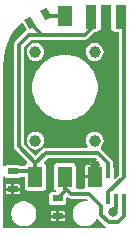
<source format=gtl>
G04 This is an RS-274x file exported by *
G04 gerbv version 2.6A *
G04 More information is available about gerbv at *
G04 http://gerbv.geda-project.org/ *
G04 --End of header info--*
%MOIN*%
%FSLAX34Y34*%
%IPPOS*%
G04 --Define apertures--*
%ADD10C,0.0079*%
%ADD11C,0.0200*%
%ADD12C,0.0100*%
%ADD13R,0.0512X0.0709*%
%ADD14R,0.0512X0.0472*%
%AMMACRO15*
4,1,4,-0.001400,-0.021200,-0.019100,0.009400,0.001400,0.021200,0.019100,-0.009400,-0.001400,-0.021200,0.000000*
%
%ADD15MACRO15*%
%ADD16R,0.0354X0.0787*%
%ADD17R,0.0354X0.0236*%
%ADD18R,0.0138X0.0335*%
%ADD19C,0.0130*%
%ADD20R,0.0591X0.0709*%
%ADD21R,0.0236X0.0354*%
%ADD22R,0.0453X0.1063*%
%ADD23R,0.0787X0.0354*%
%ADD24R,0.0433X0.0551*%
%ADD25R,0.0748X0.0610*%
%ADD26R,0.1161X0.1929*%
%ADD27R,0.0866X0.0197*%
%ADD28R,0.0236X0.0394*%
%ADD29R,0.0157X0.0472*%
%AMMACRO30*
21,1,0.047200,0.004700,0.000000,0.000000,90.000000*
21,1,0.036200,0.015700,0.000000,0.000000,90.000000*
1,1,0.011000,0.002400,0.018100*
1,1,0.011000,0.002400,-0.018100*
1,1,0.011000,-0.002400,-0.018100*
1,1,0.011000,-0.002400,0.018100*
%
%ADD30MACRO30*%
%ADD31O,0.0138X0.0709*%
%ADD32C,0.0070*%
%ADD33C,0.0236*%
%ADD34C,0.0150*%
%ADD35C,0.0800*%
%ADD36R,0.0800X0.0800*%
%ADD37C,0.0394*%
%ADD38C,0.0315*%
%ADD39C,0.0354*%
%ADD40C,0.0630*%
%ADD41C,0.0157*%
G04 --Start main section--*
G36*
G01X0020496Y0042731D02*
G37*
G36*
G01X0015378Y0042731D02*
G01X0015506Y0042731D01*
G01X0015510Y0042733D01*
G01X0015547Y0042743D01*
G01X0015578Y0042715D01*
G01X0015579Y0042713D01*
G01X0015612Y0042691D01*
G01X0015651Y0042683D01*
G01X0015766Y0042683D01*
G01X0015766Y0038142D01*
G01X0015763Y0038129D01*
G01X0015763Y0037902D01*
G01X0015641Y0037780D01*
G01X0015612Y0037789D01*
G01X0015593Y0037802D01*
G01X0015593Y0038129D01*
G01X0015591Y0038142D01*
G01X0015591Y0038291D01*
G01X0015578Y0038355D01*
G01X0015541Y0038410D01*
G01X0015541Y0038410D01*
G01X0015181Y0038770D01*
G01X0015169Y0038778D01*
G01X0015167Y0038839D01*
G01X0015172Y0038843D01*
G01X0015220Y0038905D01*
G01X0015250Y0038978D01*
G01X0015260Y0039055D01*
G01X0015250Y0039133D01*
G01X0015220Y0039205D01*
G01X0015172Y0039267D01*
G01X0015110Y0039314D01*
G01X0015038Y0039344D01*
G01X0014961Y0039355D01*
G01X0014883Y0039344D01*
G01X0014811Y0039314D01*
G01X0014749Y0039267D01*
G01X0014701Y0039205D01*
G01X0014671Y0039133D01*
G01X0014661Y0039055D01*
G01X0014671Y0038978D01*
G01X0014701Y0038905D01*
G01X0014729Y0038869D01*
G01X0014704Y0038819D01*
G01X0013328Y0038819D01*
G01X0013264Y0038807D01*
G01X0013209Y0038770D01*
G01X0013209Y0038770D01*
G01X0012992Y0038553D01*
G01X0012597Y0038948D01*
G01X0012597Y0042159D01*
G01X0012848Y0042411D01*
G01X0013225Y0042411D01*
G01X0013225Y0042411D01*
G01X0013225Y0042411D01*
G01X0014628Y0042411D01*
G01X0014693Y0042423D01*
G01X0014747Y0042460D01*
G01X0014947Y0042660D01*
G01X0014947Y0042660D01*
G01X0014963Y0042683D01*
G01X0015006Y0042683D01*
G01X0015045Y0042691D01*
G01X0015078Y0042713D01*
G01X0015079Y0042715D01*
G01X0015109Y0042743D01*
G01X0015146Y0042733D01*
G01X0015151Y0042731D01*
G01X0015278Y0042731D01*
G01X0015278Y0043179D01*
G01X0015378Y0043179D01*
G01X0015378Y0042731D01*
G37*
G36*
G01X0015378Y0042731D02*
G37*
G36*
G01X0020158Y0038436D02*
G37*
G36*
G01X0015039Y0038436D02*
G01X0015015Y0038390D01*
G01X0014978Y0038397D01*
G01X0014914Y0038384D01*
G01X0014859Y0038348D01*
G01X0014823Y0038293D01*
G01X0014815Y0038253D01*
G01X0014705Y0038253D01*
G01X0014666Y0038237D01*
G01X0014651Y0038199D01*
G01X0014651Y0037894D01*
G01X0014961Y0037894D01*
G01X0014961Y0037794D01*
G01X0014651Y0037794D01*
G01X0014651Y0037490D01*
G01X0014614Y0037447D01*
G01X0014377Y0037447D01*
G01X0014334Y0037490D01*
G01X0014334Y0038199D01*
G01X0014326Y0038238D01*
G01X0014304Y0038271D01*
G01X0014271Y0038293D01*
G01X0014232Y0038301D01*
G01X0013720Y0038301D01*
G01X0013681Y0038293D01*
G01X0013648Y0038271D01*
G01X0013626Y0038238D01*
G01X0013619Y0038199D01*
G01X0013619Y0037490D01*
G01X0013626Y0037451D01*
G01X0013648Y0037418D01*
G01X0013681Y0037396D01*
G01X0013690Y0037394D01*
G01X0013691Y0037392D01*
G01X0013686Y0037344D01*
G01X0013551Y0037344D01*
G01X0013512Y0037336D01*
G01X0013479Y0037314D01*
G01X0013457Y0037281D01*
G01X0013449Y0037242D01*
G01X0013449Y0037006D01*
G01X0013457Y0036967D01*
G01X0013479Y0036934D01*
G01X0013512Y0036912D01*
G01X0013551Y0036904D01*
G01X0013906Y0036904D01*
G01X0013945Y0036912D01*
G01X0013978Y0036934D01*
G01X0014000Y0036967D01*
G01X0014007Y0037006D01*
G01X0014007Y0037141D01*
G01X0014055Y0037161D01*
G01X0014059Y0037160D01*
G01X0014114Y0037123D01*
G01X0014178Y0037111D01*
G01X0014709Y0037111D01*
G01X0014750Y0037070D01*
G01X0014725Y0037023D01*
G01X0014697Y0037029D01*
G01X0014687Y0037029D01*
G01X0014677Y0037031D01*
G01X0014615Y0037031D01*
G01X0014605Y0037029D01*
G01X0014595Y0037029D01*
G01X0014534Y0037017D01*
G01X0014525Y0037013D01*
G01X0014515Y0037011D01*
G01X0014457Y0036987D01*
G01X0014449Y0036982D01*
G01X0014440Y0036978D01*
G01X0014388Y0036944D01*
G01X0014381Y0036936D01*
G01X0014373Y0036931D01*
G01X0014329Y0036887D01*
G01X0014323Y0036879D01*
G01X0014316Y0036872D01*
G01X0014282Y0036820D01*
G01X0014278Y0036811D01*
G01X0014272Y0036802D01*
G01X0014249Y0036745D01*
G01X0014247Y0036735D01*
G01X0014243Y0036726D01*
G01X0014231Y0036665D01*
G01X0014231Y0036655D01*
G01X0014229Y0036645D01*
G01X0014229Y0036583D01*
G01X0014231Y0036573D01*
G01X0014231Y0036563D01*
G01X0014243Y0036502D01*
G01X0014247Y0036493D01*
G01X0014249Y0036483D01*
G01X0014272Y0036426D01*
G01X0014278Y0036418D01*
G01X0014282Y0036408D01*
G01X0014316Y0036357D01*
G01X0014323Y0036350D01*
G01X0014329Y0036341D01*
G01X0014373Y0036297D01*
G01X0014381Y0036292D01*
G01X0014388Y0036285D01*
G01X0014440Y0036250D01*
G01X0014449Y0036246D01*
G01X0014457Y0036241D01*
G01X0014515Y0036217D01*
G01X0014525Y0036215D01*
G01X0014534Y0036211D01*
G01X0014595Y0036199D01*
G01X0014605Y0036199D01*
G01X0014615Y0036197D01*
G01X0014677Y0036197D01*
G01X0014687Y0036199D01*
G01X0014697Y0036199D01*
G01X0014757Y0036211D01*
G01X0014767Y0036215D01*
G01X0014777Y0036217D01*
G01X0014834Y0036241D01*
G01X0014842Y0036246D01*
G01X0014851Y0036250D01*
G01X0014903Y0036285D01*
G01X0014910Y0036292D01*
G01X0014919Y0036297D01*
G01X0014962Y0036341D01*
G01X0014968Y0036350D01*
G01X0014975Y0036357D01*
G01X0015010Y0036408D01*
G01X0015013Y0036418D01*
G01X0015019Y0036426D01*
G01X0015021Y0036430D01*
G01X0015023Y0036432D01*
G01X0015079Y0036440D01*
G01X0015309Y0036210D01*
G01X0015309Y0036210D01*
G01X0015321Y0036202D01*
G01X0015334Y0036134D01*
G01X0015329Y0036126D01*
G01X0011913Y0036126D01*
G01X0011913Y0037849D01*
G01X0011915Y0037849D01*
G01X0011963Y0037857D01*
G01X0011979Y0037834D01*
G01X0012012Y0037812D01*
G01X0012051Y0037804D01*
G01X0012406Y0037804D01*
G01X0012445Y0037812D01*
G01X0012478Y0037834D01*
G01X0012492Y0037856D01*
G01X0012634Y0037856D01*
G01X0012634Y0037490D01*
G01X0012642Y0037451D01*
G01X0012664Y0037418D01*
G01X0012697Y0037396D01*
G01X0012736Y0037388D01*
G01X0013248Y0037388D01*
G01X0013287Y0037396D01*
G01X0013320Y0037418D01*
G01X0013342Y0037451D01*
G01X0013350Y0037490D01*
G01X0013350Y0038199D01*
G01X0013342Y0038238D01*
G01X0013320Y0038271D01*
G01X0013287Y0038293D01*
G01X0013280Y0038294D01*
G01X0013264Y0038349D01*
G01X0013398Y0038483D01*
G01X0014992Y0038483D01*
G01X0015039Y0038436D01*
G37*
G36*
G01X0015039Y0038436D02*
G37*
G36*
G01X0053346Y0038354D02*
G37*
G36*
G01X0017683Y0042987D02*
G37*
G36*
G01X0012565Y0042987D02*
G01X0012712Y0042733D01*
G01X0012659Y0042698D01*
G01X0012309Y0042348D01*
G01X0012273Y0042293D01*
G01X0012260Y0042229D01*
G01X0012260Y0038879D01*
G01X0012273Y0038814D01*
G01X0012309Y0038760D01*
G01X0012721Y0038349D01*
G01X0012704Y0038294D01*
G01X0012697Y0038293D01*
G01X0012664Y0038271D01*
G01X0012642Y0038238D01*
G01X0012634Y0038199D01*
G01X0012634Y0038192D01*
G01X0012492Y0038192D01*
G01X0012478Y0038214D01*
G01X0012445Y0038236D01*
G01X0012406Y0038244D01*
G01X0012051Y0038244D01*
G01X0012012Y0038236D01*
G01X0011979Y0038214D01*
G01X0011963Y0038191D01*
G01X0011915Y0038199D01*
G01X0011913Y0038199D01*
G01X0011913Y0041535D01*
G01X0011912Y0041541D01*
G01X0011930Y0041805D01*
G01X0011982Y0042070D01*
G01X0012069Y0042325D01*
G01X0012189Y0042568D01*
G01X0012339Y0042792D01*
G01X0012508Y0042986D01*
G01X0012554Y0042989D01*
G01X0012565Y0042987D01*
G37*
G36*
G01X0012565Y0042987D02*
G37*
G36*
G01X0053346Y0038098D02*
G37*
G36*
G01X0053346Y0037854D02*
G37*
G36*
G01X0053346Y0037598D02*
G37*
G36*
G01X0053346Y0037354D02*
G37*
G36*
G01X0053346Y0037098D02*
G37*
G36*
G01X0031169Y0041562D02*
G37*
G36*
G01X0024476Y0041562D02*
G37*
G36*
G01X0020496Y0034266D02*
G37*
G36*
G01X0015378Y0034266D02*
G37*
G36*
G01X0053346Y0031268D02*
G37*
G36*
G01X0053346Y0031012D02*
G37*
G36*
G01X0053346Y0030768D02*
G37*
G36*
G01X0053346Y0030512D02*
G37*
G36*
G01X0053346Y0030268D02*
G37*
G36*
G01X0053346Y0030012D02*
G37*
G36*
G01X0020158Y0029971D02*
G37*
G36*
G01X0015039Y0029971D02*
G37*
G36*
G01X0017683Y0034523D02*
G37*
G36*
G01X0012565Y0034523D02*
G37*
G36*
G01X0031169Y0034086D02*
G37*
G36*
G01X0024476Y0034086D02*
G37*
G36*
G01X0053244Y0026033D02*
G37*
G36*
G01X0044780Y0026033D02*
G37*
G36*
G01X0036315Y0026033D02*
G37*
G36*
G01X0027850Y0026033D02*
G37*
G36*
G01X0019386Y0026033D02*
G37*
G36*
G01X0051216Y0026663D02*
G37*
G36*
G01X0042752Y0026663D02*
G37*
G36*
G01X0034287Y0026663D02*
G37*
G36*
G01X0025823Y0026663D02*
G37*
G36*
G01X0017358Y0026663D02*
G37*
G36*
G01X0049966Y0023076D02*
G37*
G36*
G01X0041501Y0023076D02*
G37*
G36*
G01X0033037Y0023076D02*
G37*
G36*
G01X0024572Y0023076D02*
G37*
G36*
G01X0016108Y0023076D02*
G37*
G36*
G01X0050579Y0021724D02*
G37*
G36*
G01X0042114Y0021724D02*
G37*
G36*
G01X0033650Y0021724D02*
G37*
G36*
G01X0025185Y0021724D02*
G37*
G36*
G01X0016721Y0021724D02*
G37*
G36*
G01X0053244Y0018158D02*
G37*
G36*
G01X0044780Y0018158D02*
G37*
G36*
G01X0036315Y0018158D02*
G37*
G36*
G01X0027850Y0018158D02*
G37*
G36*
G01X0019386Y0018158D02*
G37*
G36*
G01X0051216Y0018789D02*
G37*
G36*
G01X0042752Y0018789D02*
G37*
G36*
G01X0034287Y0018789D02*
G37*
G36*
G01X0025823Y0018789D02*
G37*
G36*
G01X0017358Y0018789D02*
G37*
G36*
G01X0049966Y0015202D02*
G37*
G36*
G01X0041501Y0015202D02*
G37*
G36*
G01X0033037Y0015202D02*
G37*
G36*
G01X0024572Y0015202D02*
G37*
G36*
G01X0016108Y0015202D02*
G37*
G36*
G01X0050579Y0013850D02*
G37*
G36*
G01X0042114Y0013850D02*
G37*
G36*
G01X0033650Y0013850D02*
G37*
G36*
G01X0025185Y0013850D02*
G37*
G36*
G01X0016721Y0013850D02*
G37*
%LPC*%
G36*
G01X0020079Y0042307D02*
G37*
G36*
G01X0018110Y0042307D02*
G37*
G36*
G01X0019191Y0041913D02*
G37*
G36*
G01X0018110Y0039355D02*
G37*
G36*
G01X0014961Y0042307D02*
G01X0014883Y0042297D01*
G01X0014811Y0042267D01*
G01X0014749Y0042220D01*
G01X0014701Y0042158D01*
G01X0014671Y0042085D01*
G01X0014661Y0042008D01*
G01X0014671Y0041930D01*
G01X0014701Y0041858D01*
G01X0014749Y0041796D01*
G01X0014811Y0041749D01*
G01X0014883Y0041719D01*
G01X0014961Y0041708D01*
G01X0015038Y0041719D01*
G01X0015110Y0041749D01*
G01X0015172Y0041796D01*
G01X0015220Y0041858D01*
G01X0015250Y0041930D01*
G01X0015260Y0042008D01*
G01X0015250Y0042085D01*
G01X0015220Y0042158D01*
G01X0015172Y0042220D01*
G01X0015110Y0042267D01*
G01X0015038Y0042297D01*
G01X0014961Y0042307D01*
G37*
G36*
G01X0014961Y0042307D02*
G37*
G36*
G01X0012992Y0042307D02*
G01X0012915Y0042297D01*
G01X0012842Y0042267D01*
G01X0012780Y0042220D01*
G01X0012733Y0042158D01*
G01X0012703Y0042085D01*
G01X0012693Y0042008D01*
G01X0012703Y0041930D01*
G01X0012733Y0041858D01*
G01X0012780Y0041796D01*
G01X0012842Y0041749D01*
G01X0012915Y0041719D01*
G01X0012992Y0041708D01*
G01X0013070Y0041719D01*
G01X0013142Y0041749D01*
G01X0013204Y0041796D01*
G01X0013251Y0041858D01*
G01X0013281Y0041930D01*
G01X0013292Y0042008D01*
G01X0013281Y0042085D01*
G01X0013251Y0042158D01*
G01X0013204Y0042220D01*
G01X0013142Y0042267D01*
G01X0013070Y0042297D01*
G01X0012992Y0042307D01*
G37*
G36*
G01X0012992Y0042307D02*
G37*
G36*
G01X0014073Y0041913D02*
G01X0013879Y0041913D01*
G01X0013870Y0041911D01*
G01X0013860Y0041911D01*
G01X0013669Y0041873D01*
G01X0013660Y0041869D01*
G01X0013650Y0041867D01*
G01X0013471Y0041793D01*
G01X0013463Y0041788D01*
G01X0013454Y0041784D01*
G01X0013292Y0041676D01*
G01X0013285Y0041669D01*
G01X0013277Y0041663D01*
G01X0013140Y0041526D01*
G01X0013134Y0041518D01*
G01X0013127Y0041511D01*
G01X0013019Y0041350D01*
G01X0013016Y0041340D01*
G01X0013010Y0041332D01*
G01X0012936Y0041153D01*
G01X0012934Y0041143D01*
G01X0012930Y0041134D01*
G01X0012892Y0040944D01*
G01X0012892Y0040934D01*
G01X0012890Y0040924D01*
G01X0012890Y0040730D01*
G01X0012892Y0040720D01*
G01X0012892Y0040710D01*
G01X0012930Y0040520D01*
G01X0012934Y0040511D01*
G01X0012936Y0040501D01*
G01X0013010Y0040322D01*
G01X0013016Y0040313D01*
G01X0013019Y0040304D01*
G01X0013127Y0040143D01*
G01X0013134Y0040136D01*
G01X0013140Y0040127D01*
G01X0013277Y0039990D01*
G01X0013285Y0039985D01*
G01X0013292Y0039977D01*
G01X0013454Y0039870D01*
G01X0013463Y0039866D01*
G01X0013471Y0039860D01*
G01X0013650Y0039786D01*
G01X0013660Y0039784D01*
G01X0013669Y0039780D01*
G01X0013860Y0039743D01*
G01X0013870Y0039743D01*
G01X0013879Y0039741D01*
G01X0014073Y0039741D01*
G01X0014083Y0039743D01*
G01X0014093Y0039743D01*
G01X0014283Y0039780D01*
G01X0014293Y0039784D01*
G01X0014302Y0039786D01*
G01X0014482Y0039860D01*
G01X0014490Y0039866D01*
G01X0014499Y0039870D01*
G01X0014660Y0039977D01*
G01X0014668Y0039985D01*
G01X0014676Y0039990D01*
G01X0014813Y0040127D01*
G01X0014819Y0040136D01*
G01X0014826Y0040143D01*
G01X0014933Y0040304D01*
G01X0014937Y0040313D01*
G01X0014943Y0040322D01*
G01X0015017Y0040501D01*
G01X0015019Y0040511D01*
G01X0015023Y0040520D01*
G01X0015061Y0040710D01*
G01X0015061Y0040720D01*
G01X0015063Y0040730D01*
G01X0015063Y0040924D01*
G01X0015061Y0040934D01*
G01X0015061Y0040944D01*
G01X0015023Y0041134D01*
G01X0015019Y0041143D01*
G01X0015017Y0041153D01*
G01X0014943Y0041332D01*
G01X0014937Y0041340D01*
G01X0014933Y0041350D01*
G01X0014826Y0041511D01*
G01X0014819Y0041518D01*
G01X0014813Y0041526D01*
G01X0014676Y0041663D01*
G01X0014668Y0041669D01*
G01X0014660Y0041676D01*
G01X0014499Y0041784D01*
G01X0014490Y0041788D01*
G01X0014482Y0041793D01*
G01X0014302Y0041867D01*
G01X0014293Y0041869D01*
G01X0014283Y0041873D01*
G01X0014093Y0041911D01*
G01X0014083Y0041911D01*
G01X0014073Y0041913D01*
G37*
G36*
G01X0014073Y0041913D02*
G37*
G36*
G01X0012992Y0039355D02*
G01X0012915Y0039344D01*
G01X0012842Y0039314D01*
G01X0012780Y0039267D01*
G01X0012733Y0039205D01*
G01X0012703Y0039133D01*
G01X0012693Y0039055D01*
G01X0012703Y0038978D01*
G01X0012733Y0038905D01*
G01X0012780Y0038843D01*
G01X0012842Y0038796D01*
G01X0012915Y0038766D01*
G01X0012992Y0038756D01*
G01X0013070Y0038766D01*
G01X0013142Y0038796D01*
G01X0013204Y0038843D01*
G01X0013251Y0038905D01*
G01X0013281Y0038978D01*
G01X0013292Y0039055D01*
G01X0013281Y0039133D01*
G01X0013251Y0039205D01*
G01X0013204Y0039267D01*
G01X0013142Y0039314D01*
G01X0013070Y0039344D01*
G01X0012992Y0039355D01*
G37*
G36*
G01X0012992Y0039355D02*
G37*
G36*
G01X0017524Y0037606D02*
G37*
G36*
G01X0017296Y0037606D02*
G37*
G36*
G01X0017578Y0037383D02*
G37*
G36*
G01X0017296Y0037383D02*
G37*
G36*
G01X0019024Y0036706D02*
G37*
G36*
G01X0018796Y0036706D02*
G37*
G36*
G01X0019078Y0036483D02*
G37*
G36*
G01X0018796Y0036483D02*
G37*
G36*
G01X0017748Y0037031D02*
G37*
G36*
G01X0012406Y0037606D02*
G01X0012278Y0037606D01*
G01X0012278Y0037483D01*
G01X0012460Y0037483D01*
G01X0012460Y0037552D01*
G01X0012444Y0037590D01*
G01X0012406Y0037606D01*
G37*
G36*
G01X0012406Y0037606D02*
G37*
G36*
G01X0012178Y0037606D02*
G01X0012051Y0037606D01*
G01X0012013Y0037590D01*
G01X0011997Y0037552D01*
G01X0011997Y0037483D01*
G01X0012178Y0037483D01*
G01X0012178Y0037606D01*
G37*
G36*
G01X0012178Y0037606D02*
G37*
G36*
G01X0012460Y0037383D02*
G01X0012278Y0037383D01*
G01X0012278Y0037261D01*
G01X0012406Y0037261D01*
G01X0012444Y0037277D01*
G01X0012460Y0037315D01*
G01X0012460Y0037383D01*
G37*
G36*
G01X0012460Y0037383D02*
G37*
G36*
G01X0012178Y0037383D02*
G01X0011997Y0037383D01*
G01X0011997Y0037315D01*
G01X0012013Y0037277D01*
G01X0012051Y0037261D01*
G01X0012178Y0037261D01*
G01X0012178Y0037383D01*
G37*
G36*
G01X0012178Y0037383D02*
G37*
G36*
G01X0013906Y0036706D02*
G01X0013778Y0036706D01*
G01X0013778Y0036583D01*
G01X0013960Y0036583D01*
G01X0013960Y0036652D01*
G01X0013944Y0036690D01*
G01X0013906Y0036706D01*
G37*
G36*
G01X0013906Y0036706D02*
G37*
G36*
G01X0013678Y0036706D02*
G01X0013551Y0036706D01*
G01X0013513Y0036690D01*
G01X0013497Y0036652D01*
G01X0013497Y0036583D01*
G01X0013678Y0036583D01*
G01X0013678Y0036706D01*
G37*
G36*
G01X0013678Y0036706D02*
G37*
G36*
G01X0013960Y0036483D02*
G01X0013778Y0036483D01*
G01X0013778Y0036361D01*
G01X0013906Y0036361D01*
G01X0013944Y0036377D01*
G01X0013960Y0036415D01*
G01X0013960Y0036483D01*
G37*
G36*
G01X0013960Y0036483D02*
G37*
G36*
G01X0013678Y0036483D02*
G01X0013497Y0036483D01*
G01X0013497Y0036415D01*
G01X0013513Y0036377D01*
G01X0013551Y0036361D01*
G01X0013678Y0036361D01*
G01X0013678Y0036483D01*
G37*
G36*
G01X0013678Y0036483D02*
G37*
G36*
G01X0012629Y0037031D02*
G01X0012567Y0037031D01*
G01X0012558Y0037029D01*
G01X0012548Y0037029D01*
G01X0012487Y0037017D01*
G01X0012477Y0037013D01*
G01X0012468Y0037011D01*
G01X0012410Y0036987D01*
G01X0012402Y0036982D01*
G01X0012393Y0036978D01*
G01X0012341Y0036944D01*
G01X0012334Y0036936D01*
G01X0012326Y0036931D01*
G01X0012282Y0036887D01*
G01X0012276Y0036879D01*
G01X0012269Y0036872D01*
G01X0012235Y0036820D01*
G01X0012231Y0036811D01*
G01X0012225Y0036802D01*
G01X0012201Y0036745D01*
G01X0012199Y0036735D01*
G01X0012196Y0036726D01*
G01X0012183Y0036665D01*
G01X0012183Y0036655D01*
G01X0012182Y0036645D01*
G01X0012182Y0036583D01*
G01X0012183Y0036573D01*
G01X0012183Y0036563D01*
G01X0012196Y0036502D01*
G01X0012199Y0036493D01*
G01X0012201Y0036483D01*
G01X0012225Y0036426D01*
G01X0012231Y0036418D01*
G01X0012235Y0036408D01*
G01X0012269Y0036357D01*
G01X0012276Y0036350D01*
G01X0012282Y0036341D01*
G01X0012326Y0036297D01*
G01X0012334Y0036292D01*
G01X0012341Y0036285D01*
G01X0012393Y0036250D01*
G01X0012402Y0036246D01*
G01X0012410Y0036241D01*
G01X0012468Y0036217D01*
G01X0012477Y0036215D01*
G01X0012487Y0036211D01*
G01X0012548Y0036199D01*
G01X0012558Y0036199D01*
G01X0012567Y0036197D01*
G01X0012629Y0036197D01*
G01X0012639Y0036199D01*
G01X0012649Y0036199D01*
G01X0012710Y0036211D01*
G01X0012719Y0036215D01*
G01X0012729Y0036217D01*
G01X0012787Y0036241D01*
G01X0012795Y0036246D01*
G01X0012804Y0036250D01*
G01X0012856Y0036285D01*
G01X0012863Y0036292D01*
G01X0012871Y0036297D01*
G01X0012915Y0036341D01*
G01X0012921Y0036350D01*
G01X0012928Y0036357D01*
G01X0012962Y0036408D01*
G01X0012966Y0036418D01*
G01X0012972Y0036426D01*
G01X0012995Y0036483D01*
G01X0012997Y0036493D01*
G01X0013001Y0036502D01*
G01X0013013Y0036563D01*
G01X0013013Y0036573D01*
G01X0013015Y0036583D01*
G01X0013015Y0036645D01*
G01X0013013Y0036655D01*
G01X0013013Y0036665D01*
G01X0013001Y0036726D01*
G01X0012997Y0036735D01*
G01X0012995Y0036745D01*
G01X0012972Y0036802D01*
G01X0012966Y0036811D01*
G01X0012962Y0036820D01*
G01X0012928Y0036872D01*
G01X0012921Y0036879D01*
G01X0012915Y0036887D01*
G01X0012871Y0036931D01*
G01X0012863Y0036936D01*
G01X0012856Y0036944D01*
G01X0012804Y0036978D01*
G01X0012795Y0036982D01*
G01X0012787Y0036987D01*
G01X0012729Y0037011D01*
G01X0012719Y0037013D01*
G01X0012710Y0037017D01*
G01X0012649Y0037029D01*
G01X0012639Y0037029D01*
G01X0012629Y0037031D01*
G37*
G36*
G01X0012629Y0037031D02*
G37*
G36*
G01X0032480Y0040422D02*
G37*
G36*
G01X0030512Y0040422D02*
G37*
G36*
G01X0031574Y0039831D02*
G37*
G36*
G01X0032480Y0037469D02*
G37*
G36*
G01X0030512Y0037469D02*
G37*
G36*
G01X0033889Y0036110D02*
G37*
G36*
G01X0032736Y0036446D02*
G37*
G36*
G01X0032430Y0036446D02*
G37*
G36*
G01X0031495Y0036853D02*
G37*
G36*
G01X0032838Y0035939D02*
G37*
G36*
G01X0032430Y0035939D02*
G37*
G36*
G01X0025787Y0040422D02*
G37*
G36*
G01X0023819Y0040422D02*
G37*
G36*
G01X0024881Y0039831D02*
G37*
G36*
G01X0025787Y0037469D02*
G37*
G36*
G01X0023819Y0037469D02*
G37*
G36*
G01X0027196Y0036110D02*
G37*
G36*
G01X0026043Y0036446D02*
G37*
G36*
G01X0025737Y0036446D02*
G37*
G36*
G01X0024802Y0036853D02*
G37*
G36*
G01X0026145Y0035939D02*
G37*
G36*
G01X0025737Y0035939D02*
G37*
G36*
G01X0020079Y0033843D02*
G37*
G36*
G01X0018110Y0033843D02*
G37*
G36*
G01X0019191Y0033448D02*
G37*
G36*
G01X0018110Y0030890D02*
G37*
G36*
G01X0014961Y0033843D02*
G37*
G36*
G01X0012992Y0033843D02*
G37*
G36*
G01X0014073Y0033448D02*
G37*
G36*
G01X0012992Y0030890D02*
G37*
G36*
G01X0017524Y0029141D02*
G37*
G36*
G01X0017296Y0029141D02*
G37*
G36*
G01X0017578Y0028919D02*
G37*
G36*
G01X0017296Y0028919D02*
G37*
G36*
G01X0019024Y0028241D02*
G37*
G36*
G01X0018796Y0028241D02*
G37*
G36*
G01X0019078Y0028019D02*
G37*
G36*
G01X0018796Y0028019D02*
G37*
G36*
G01X0017748Y0028567D02*
G37*
G36*
G01X0012406Y0029141D02*
G37*
G36*
G01X0012178Y0029141D02*
G37*
G36*
G01X0012460Y0028919D02*
G37*
G36*
G01X0012178Y0028919D02*
G37*
G36*
G01X0013906Y0028241D02*
G37*
G36*
G01X0013678Y0028241D02*
G37*
G36*
G01X0013960Y0028019D02*
G37*
G36*
G01X0013678Y0028019D02*
G37*
G36*
G01X0012629Y0028567D02*
G37*
G36*
G01X0032480Y0032946D02*
G37*
G36*
G01X0030512Y0032946D02*
G37*
G36*
G01X0031574Y0032355D02*
G37*
G36*
G01X0032480Y0029994D02*
G37*
G36*
G01X0030512Y0029994D02*
G37*
G36*
G01X0033889Y0028634D02*
G37*
G36*
G01X0032736Y0028970D02*
G37*
G36*
G01X0032430Y0028970D02*
G37*
G36*
G01X0031495Y0029377D02*
G37*
G36*
G01X0032838Y0028464D02*
G37*
G36*
G01X0032430Y0028464D02*
G37*
G36*
G01X0025787Y0032946D02*
G37*
G36*
G01X0023819Y0032946D02*
G37*
G36*
G01X0024881Y0032355D02*
G37*
G36*
G01X0025787Y0029994D02*
G37*
G36*
G01X0023819Y0029994D02*
G37*
G36*
G01X0027196Y0028634D02*
G37*
G36*
G01X0026043Y0028970D02*
G37*
G36*
G01X0025737Y0028970D02*
G37*
G36*
G01X0024802Y0029377D02*
G37*
G36*
G01X0026145Y0028464D02*
G37*
G36*
G01X0025737Y0028464D02*
G37*
G36*
G01X0049175Y0025889D02*
G37*
G36*
G01X0049277Y0025619D02*
G37*
G36*
G01X0050483Y0025224D02*
G37*
G36*
G01X0050213Y0025224D02*
G37*
G36*
G01X0047268Y0025002D02*
G37*
G36*
G01X0040711Y0025889D02*
G37*
G36*
G01X0040813Y0025619D02*
G37*
G36*
G01X0042018Y0025224D02*
G37*
G36*
G01X0041748Y0025224D02*
G37*
G36*
G01X0038803Y0025002D02*
G37*
G36*
G01X0032246Y0025889D02*
G37*
G36*
G01X0032348Y0025619D02*
G37*
G36*
G01X0033554Y0025224D02*
G37*
G36*
G01X0033284Y0025224D02*
G37*
G36*
G01X0030339Y0025002D02*
G37*
G36*
G01X0023782Y0025889D02*
G37*
G36*
G01X0023884Y0025619D02*
G37*
G36*
G01X0025089Y0025224D02*
G37*
G36*
G01X0024819Y0025224D02*
G37*
G36*
G01X0021874Y0025002D02*
G37*
G36*
G01X0015317Y0025889D02*
G37*
G36*
G01X0015419Y0025619D02*
G37*
G36*
G01X0016625Y0025224D02*
G37*
G36*
G01X0016355Y0025224D02*
G37*
G36*
G01X0013409Y0025002D02*
G37*
G36*
G01X0050450Y0022924D02*
G37*
G36*
G01X0041986Y0022924D02*
G37*
G36*
G01X0033521Y0022924D02*
G37*
G36*
G01X0025056Y0022924D02*
G37*
G36*
G01X0016592Y0022924D02*
G37*
G36*
G01X0051141Y0020703D02*
G37*
G36*
G01X0042677Y0020703D02*
G37*
G36*
G01X0034212Y0020703D02*
G37*
G36*
G01X0025747Y0020703D02*
G37*
G36*
G01X0017283Y0020703D02*
G37*
G36*
G01X0049175Y0018015D02*
G37*
G36*
G01X0049277Y0017745D02*
G37*
G36*
G01X0050483Y0017350D02*
G37*
G36*
G01X0050213Y0017350D02*
G37*
G36*
G01X0047268Y0017128D02*
G37*
G36*
G01X0040711Y0018015D02*
G37*
G36*
G01X0040813Y0017745D02*
G37*
G36*
G01X0042018Y0017350D02*
G37*
G36*
G01X0041748Y0017350D02*
G37*
G36*
G01X0038803Y0017128D02*
G37*
G36*
G01X0032246Y0018015D02*
G37*
G36*
G01X0032348Y0017745D02*
G37*
G36*
G01X0033554Y0017350D02*
G37*
G36*
G01X0033284Y0017350D02*
G37*
G36*
G01X0030339Y0017128D02*
G37*
G36*
G01X0023782Y0018015D02*
G37*
G36*
G01X0023884Y0017745D02*
G37*
G36*
G01X0025089Y0017350D02*
G37*
G36*
G01X0024819Y0017350D02*
G37*
G36*
G01X0021874Y0017128D02*
G37*
G36*
G01X0015317Y0018015D02*
G37*
G36*
G01X0015419Y0017745D02*
G37*
G36*
G01X0016625Y0017350D02*
G37*
G36*
G01X0016355Y0017350D02*
G37*
G36*
G01X0013409Y0017128D02*
G37*
G36*
G01X0050450Y0015050D02*
G37*
G36*
G01X0041986Y0015050D02*
G37*
G36*
G01X0033521Y0015050D02*
G37*
G36*
G01X0025056Y0015050D02*
G37*
G36*
G01X0016592Y0015050D02*
G37*
G36*
G01X0051141Y0012829D02*
G37*
G36*
G01X0042677Y0012829D02*
G37*
G36*
G01X0034212Y0012829D02*
G37*
G36*
G01X0025747Y0012829D02*
G37*
G36*
G01X0017283Y0012829D02*
G37*
%LPD*%
G54D12*
G01X0013334Y0043276D02*
G01X0013392Y0043218D01*
G01X0015828Y0043179D02*
G01X0015934Y0043073D01*
G54D13*
G01X0013976Y0037844D03*
G01X0013976Y0043218D03*
G01X0012992Y0037844D03*
G01X0014961Y0037844D03*
G54D15*
G01X0012823Y0042981D03*
G01X0013334Y0043276D03*
G54D16*
G01X0014828Y0043179D03*
G01X0015328Y0043179D03*
G01X0015828Y0043179D03*
G54D17*
G01X0012228Y0038024D03*
G01X0012228Y0037433D03*
G01X0013728Y0037124D03*
G01X0013728Y0036533D03*
G54D18*
G01X0015422Y0037096D03*
G01X0015678Y0037096D03*
G01X0015934Y0037096D03*
G01X0015934Y0037962D03*
G01X0015422Y0037962D03*
G54D19*
G01X0012778Y0042579D02*
G01X0013225Y0042579D01*
G01X0012428Y0042229D02*
G01X0012778Y0042579D01*
G01X0012428Y0038879D02*
G01X0012428Y0042229D01*
G01X0012813Y0038024D02*
G01X0012992Y0037844D01*
G01X0012328Y0038024D02*
G01X0012813Y0038024D01*
G01X0015178Y0036579D02*
G01X0015178Y0036879D01*
G01X0014778Y0037279D02*
G01X0015178Y0036879D01*
G01X0014178Y0037279D02*
G01X0014778Y0037279D01*
G01X0013976Y0037481D02*
G01X0013976Y0037844D01*
G01X0013976Y0037372D02*
G01X0013976Y0037481D01*
G01X0013728Y0037124D02*
G01X0013976Y0037372D01*
G01X0013976Y0037481D02*
G01X0014178Y0037279D01*
G01X0014978Y0037927D02*
G01X0014978Y0038229D01*
G01X0015062Y0038651D02*
G01X0015422Y0038291D01*
G01X0013328Y0038651D02*
G01X0015062Y0038651D01*
G01X0015422Y0037962D02*
G01X0015422Y0038291D01*
G01X0012992Y0038315D02*
G01X0013328Y0038651D01*
G01X0014928Y0037877D02*
G01X0014961Y0037844D01*
G01X0015728Y0036329D02*
G01X0015934Y0036535D01*
G01X0015178Y0036579D02*
G01X0015428Y0036329D01*
G01X0015428Y0036329D02*
G01X0015728Y0036329D01*
G01X0015578Y0036679D02*
G01X0015678Y0036779D01*
G01X0015422Y0037323D02*
G01X0015934Y0037835D01*
G01X0015422Y0037096D02*
G01X0015422Y0037323D01*
G01X0012992Y0037844D02*
G01X0012992Y0038315D01*
G01X0012428Y0038879D02*
G01X0012992Y0038315D01*
G01X0012823Y0042981D02*
G01X0013225Y0042579D01*
G01X0013225Y0042579D02*
G01X0014628Y0042579D01*
G01X0014628Y0042579D02*
G01X0014828Y0042779D01*
G01X0014828Y0042779D02*
G01X0014828Y0043179D01*
G01X0013392Y0043218D02*
G01X0013976Y0043218D01*
G01X0015678Y0036779D02*
G01X0015678Y0037096D01*
G01X0015934Y0036535D02*
G01X0015934Y0037096D01*
G01X0015934Y0037835D02*
G01X0015934Y0037962D01*
G01X0015934Y0037962D02*
G01X0015934Y0043073D01*
G01X0014928Y0037877D02*
G01X0014978Y0037927D01*
G54D37*
G01X0014961Y0039055D03*
G01X0012992Y0039055D03*
G01X0014961Y0042008D03*
G01X0012992Y0042008D03*
G54D38*
G01X0014978Y0038229D03*
G01X0015578Y0036679D03*
G01X0015328Y0042729D03*
M02*

</source>
